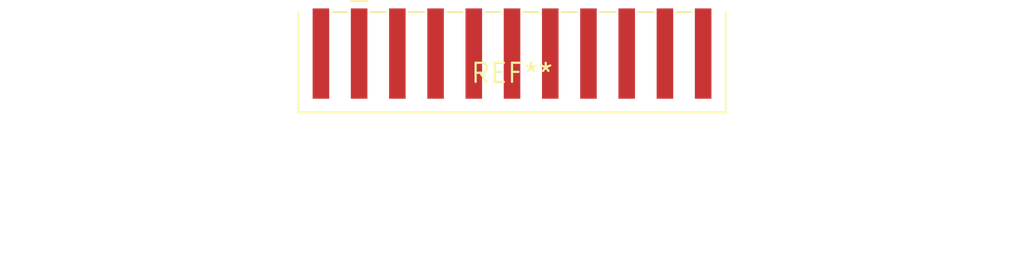
<source format=kicad_pcb>
(kicad_pcb (version 20240108) (generator pcbnew)
  (layers (0 "F.Cu" signal) (31 "B.Cu" signal) (34 "B.Paste" user) (35 "F.Paste" user) (36 "B.SilkS" user "B.Silkscreen") (37 "F.SilkS" user "F.Silkscreen") (38 "B.Mask" user) (39 "F.Mask" user) (44 "Edge.Cuts" user))
  (net 0 "")
  (footprint "Harting_har-flexicon_14110913010xxx_1x09-MP_P2.54mm_Horizontal" (layer "F.Cu") (at 0 0)
    (property "Reference" "REF**")
    (property "Value" "Harting_har-flexicon_14110913010xxx_1x09-MP_P2.54mm_Horizontal")
    (fp_line (start -14.195 -4.06) (end -14.195 2.61) (layer "F.SilkS") (stroke (width 0.12)))
    (fp_line (start -11.938 -4.06) (end -10.922 -4.06) (layer "F.SilkS") (stroke (width 0.12)))
    (fp_line (start -10.71 -4.8) (end -9.61 -4.8) (layer "F.SilkS") (stroke (width 0.12)))
    (fp_line (start -9.398 -4.06) (end -8.382 -4.06) (layer "F.SilkS") (stroke (width 0.12)))
    (fp_line (start -6.858 -4.06) (end -5.842 -4.06) (layer "F.SilkS") (stroke (width 0.12)))
    (fp_line (start -4.318 -4.06) (end -3.302 -4.06) (layer "F.SilkS") (stroke (width 0.12)))
    (fp_line (start -1.778 -4.06) (end -0.762 -4.06) (layer "F.SilkS") (stroke (width 0.12)))
    (fp_line (start 0.762 -4.06) (end 1.778 -4.06) (layer "F.SilkS") (stroke (width 0.12)))
    (fp_line (start 3.302 -4.06) (end 4.318 -4.06) (layer "F.SilkS") (stroke (width 0.12)))
    (fp_line (start 5.842 -4.06) (end 6.858 -4.06) (layer "F.SilkS") (stroke (width 0.12)))
    (fp_line (start 8.382 -4.06) (end 9.398 -4.06) (layer "F.SilkS") (stroke (width 0.12)))
    (fp_line (start 10.922 -4.06) (end 11.938 -4.06) (layer "F.SilkS") (stroke (width 0.12)))
    (fp_line (start 14.195 -4.06) (end 14.195 2.61) (layer "F.SilkS") (stroke (width 0.12)))
    (fp_line (start 14.195 2.61) (end -14.195 2.61) (layer "F.SilkS") (stroke (width 0.12)))
    (pad "1" smd rect (at -10.16 -1.3) (size 1.1 6) (layers "F.Cu" "F.Paste" "F.Mask"))
    (pad "2" smd rect (at -7.62 -1.3) (size 1.1 6) (layers "F.Cu" "F.Paste" "F.Mask"))
    (pad "3" smd rect (at -5.08 -1.3) (size 1.1 6) (layers "F.Cu" "F.Paste" "F.Mask"))
    (pad "4" smd rect (at -2.54 -1.3) (size 1.1 6) (layers "F.Cu" "F.Paste" "F.Mask"))
    (pad "5" smd rect (at 0 -1.3) (size 1.1 6) (layers "F.Cu" "F.Paste" "F.Mask"))
    (pad "6" smd rect (at 2.54 -1.3) (size 1.1 6) (layers "F.Cu" "F.Paste" "F.Mask"))
    (pad "7" smd rect (at 5.08 -1.3) (size 1.1 6) (layers "F.Cu" "F.Paste" "F.Mask"))
    (pad "8" smd rect (at 7.62 -1.3) (size 1.1 6) (layers "F.Cu" "F.Paste" "F.Mask"))
    (pad "9" smd rect (at 10.16 -1.3) (size 1.1 6) (layers "F.Cu" "F.Paste" "F.Mask"))
    (pad "MP" smd rect (at -12.7 -1.3) (size 1.1 6) (layers "F.Cu" "F.Paste" "F.Mask"))
    (pad "MP" smd rect (at 12.7 -1.3) (size 1.1 6) (layers "F.Cu" "F.Paste" "F.Mask"))
  )
)
</source>
